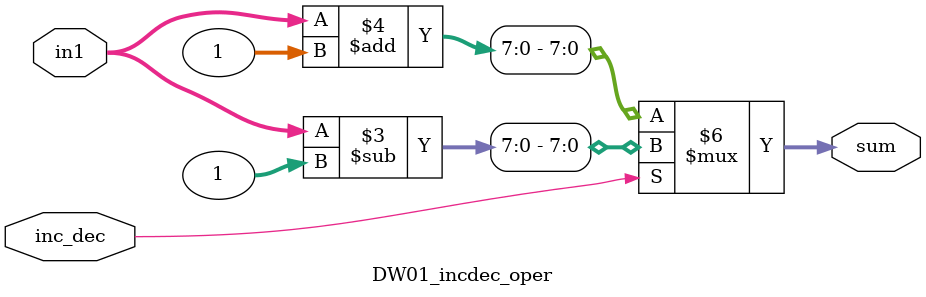
<source format=v>
module DW01_incdec_oper(in1,inc_dec,sum);
  parameter wordlength = 8;

  input [wordlength-1:0] in1;
  input inc_dec;
  output [wordlength-1:0] sum;
  reg [wordlength-1:0] sum;

always @(in1 or inc_dec)
begin
  if (inc_dec == 1)
    sum = in1 - 1;
  else
    sum = in1 + 1;
  end
endmodule

</source>
